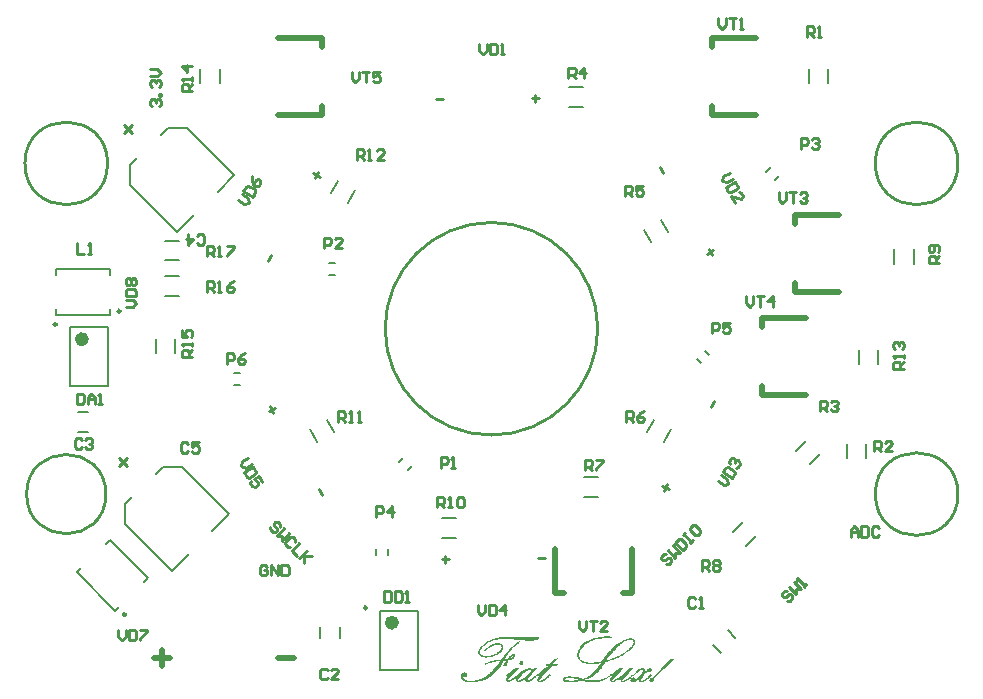
<source format=gto>
G04 Layer_Color=65535*
%FSLAX44Y44*%
%MOMM*%
G71*
G01*
G75*
%ADD35C,0.5000*%
%ADD39C,0.2540*%
%ADD43C,0.6000*%
%ADD44C,0.2500*%
%ADD45C,0.1270*%
%ADD46C,0.2000*%
G36*
X738103Y274832D02*
X741936D01*
X741658Y273499D01*
X737436D01*
X728493Y263888D01*
X728437Y263833D01*
X728215Y263611D01*
X727993Y263333D01*
X727660Y263000D01*
X727326Y262611D01*
X726993Y262278D01*
X726771Y262000D01*
X726604Y261778D01*
X726549Y261722D01*
X726493Y261611D01*
X726438Y261389D01*
X726382Y261222D01*
Y261166D01*
Y261111D01*
X726493Y260889D01*
X726549D01*
X726604Y260833D01*
X726826Y260778D01*
X726937D01*
X727049Y260833D01*
X727215Y260889D01*
X727493Y260944D01*
X727826Y261055D01*
X728160Y261222D01*
X728660Y261444D01*
X729159Y261722D01*
X729771Y262111D01*
X730437Y262555D01*
X731215Y263055D01*
X732104Y263722D01*
X733048Y264444D01*
X734103Y265277D01*
X735270Y266222D01*
X735992Y265388D01*
X735937Y265333D01*
X735714Y265111D01*
X735325Y264833D01*
X734881Y264444D01*
X734326Y264000D01*
X733715Y263500D01*
X733048Y263000D01*
X732326Y262444D01*
X730770Y261333D01*
X729993Y260833D01*
X729271Y260389D01*
X728549Y260000D01*
X727882Y259722D01*
X727326Y259500D01*
X726826Y259445D01*
X726660D01*
X726493Y259500D01*
X726271Y259556D01*
X725715Y259778D01*
X725438Y259944D01*
X725216Y260167D01*
Y260222D01*
X725104Y260278D01*
X725049Y260444D01*
X724938Y260667D01*
X724715Y261166D01*
X724660Y261500D01*
X724604Y261833D01*
Y261944D01*
X724660Y262222D01*
X724771Y262666D01*
X724993Y263333D01*
X725382Y264111D01*
X725660Y264555D01*
X725938Y265000D01*
X726327Y265555D01*
X726715Y266055D01*
X727215Y266610D01*
X727771Y267222D01*
X729317Y268803D01*
X724493Y264944D01*
X724387Y265060D01*
X724327Y265000D01*
X724049Y264777D01*
X723660Y264444D01*
X723271Y264111D01*
X722327Y263277D01*
X721327Y262444D01*
X720327Y261667D01*
X719438Y261000D01*
X719105Y260722D01*
X718772Y260500D01*
X718716Y260444D01*
X718549Y260389D01*
X718272Y260222D01*
X717938Y260056D01*
X717161Y259778D01*
X716716Y259667D01*
X716383Y259611D01*
X716216D01*
X716050Y259667D01*
X715827D01*
X715383Y259889D01*
X715161Y260000D01*
X714939Y260222D01*
Y260278D01*
X714883Y260333D01*
X714717Y260667D01*
X714550Y261111D01*
X714494Y261722D01*
Y261778D01*
Y261944D01*
X714550Y262166D01*
X714605Y262500D01*
X714772Y262889D01*
X714852Y263101D01*
X714717Y263000D01*
X714272Y262611D01*
X713161Y261833D01*
X711939Y261000D01*
X710717Y260278D01*
X710162Y260000D01*
X709606Y259778D01*
X709106Y259667D01*
X708662Y259611D01*
X708495D01*
X708273Y259667D01*
X708051Y259722D01*
X707773Y259833D01*
X707495Y259944D01*
X707217Y260167D01*
X706940Y260444D01*
Y260500D01*
X706829Y260611D01*
X706773Y260778D01*
X706662Y261055D01*
X706551Y261389D01*
X706495Y261722D01*
X706384Y262611D01*
Y262666D01*
Y262778D01*
X706440Y262944D01*
Y263166D01*
X706549Y263568D01*
X705940Y263111D01*
X705273Y262611D01*
X703829Y261555D01*
X703107Y261055D01*
X702384Y260667D01*
X701718Y260278D01*
X701107Y260000D01*
X700551Y259833D01*
X700051Y259778D01*
X699885D01*
X699551Y259833D01*
X699052Y260000D01*
X698607Y260333D01*
Y260389D01*
X698496Y260444D01*
X698329Y260778D01*
X698163Y261222D01*
X698052Y261889D01*
Y261944D01*
Y262111D01*
X698107Y262333D01*
X698163Y262611D01*
X698218Y262944D01*
X698385Y263333D01*
X698552Y263777D01*
X698774Y264222D01*
X698829Y264277D01*
X698940Y264499D01*
X699218Y264833D01*
X699599Y265261D01*
X699163Y264944D01*
X698496Y265666D01*
X698552Y265722D01*
X698829Y265944D01*
X698996Y266110D01*
X699274Y266333D01*
X699551Y266610D01*
X699940Y266944D01*
X700329Y267277D01*
X700829Y267721D01*
X701385Y268166D01*
X702051Y268666D01*
X702773Y269277D01*
X703607Y269888D01*
X704495Y270610D01*
X705495Y271388D01*
X708828D01*
X700163Y262222D01*
X700107Y262166D01*
X699940Y262000D01*
X699829Y261778D01*
X699718Y261555D01*
Y261444D01*
Y261333D01*
X699774Y261166D01*
X699829D01*
X700051Y261111D01*
X700163D01*
X700385Y261166D01*
X700607Y261222D01*
X700885Y261278D01*
X701273Y261444D01*
X701718Y261611D01*
X702218Y261889D01*
X702273Y261944D01*
X702496Y262055D01*
X702940Y262333D01*
X703495Y262722D01*
X704273Y263333D01*
X704773Y263666D01*
X705273Y264055D01*
X705884Y264499D01*
X706495Y265055D01*
X707217Y265611D01*
X707995Y266222D01*
X708010Y266204D01*
X708273Y266499D01*
X708773Y267055D01*
X709384Y267555D01*
X710050Y268110D01*
X710828Y268610D01*
X710884Y268666D01*
X711050Y268721D01*
X711273Y268888D01*
X711550Y269055D01*
X711939Y269277D01*
X712383Y269499D01*
X713439Y269999D01*
X714605Y270499D01*
X715883Y270943D01*
X717105Y271277D01*
X717716Y271332D01*
X718327Y271388D01*
X718661D01*
X718994Y271277D01*
X719383Y271166D01*
X719772Y270943D01*
X720105Y270610D01*
X720327Y270166D01*
X720438Y269555D01*
Y269499D01*
Y269488D01*
X721494Y271388D01*
X724715D01*
X717105Y262666D01*
X717050Y262611D01*
X716938Y262500D01*
X716661Y262166D01*
X716328Y261667D01*
X716216Y261444D01*
X716161Y261278D01*
Y261166D01*
X716272Y261000D01*
X716328D01*
X716494Y260944D01*
X716605D01*
X716716Y261000D01*
X716883Y261055D01*
X717161Y261166D01*
X717439Y261278D01*
X717827Y261500D01*
X718272Y261778D01*
X718327Y261833D01*
X718549Y262000D01*
X718938Y262222D01*
X719494Y262666D01*
X719883Y262944D01*
X720272Y263277D01*
X720716Y263611D01*
X721271Y264055D01*
X721882Y264499D01*
X722549Y265000D01*
X723271Y265611D01*
X724049Y266222D01*
X724233Y266009D01*
X731326Y271999D01*
X734159Y273499D01*
X731826D01*
X732048Y274832D01*
X734881D01*
X739381Y279498D01*
X742436Y279665D01*
X738103Y274832D01*
D02*
G37*
G36*
X710384Y294274D02*
X710328Y294219D01*
X710217Y294108D01*
X709995Y293941D01*
X709661Y293719D01*
X709328Y293385D01*
X708884Y293052D01*
X707995Y292274D01*
X706940Y291441D01*
X705940Y290552D01*
X705051Y289719D01*
X704606Y289330D01*
X704273Y288997D01*
X704218Y288941D01*
X703995Y288664D01*
X703607Y288275D01*
X703107Y287719D01*
X702496Y286997D01*
X701718Y286053D01*
X700885Y284997D01*
X699940Y283720D01*
X699885Y283664D01*
X699829Y283553D01*
X699663Y283386D01*
X699496Y283164D01*
X699052Y282553D01*
X698496Y281775D01*
X697885Y280942D01*
X697274Y280165D01*
X696718Y279442D01*
X696274Y278831D01*
X696830D01*
X697163Y278887D01*
X697607D01*
X698107Y278943D01*
X699163Y279109D01*
X699218Y279165D01*
X699329Y279276D01*
X699496Y279498D01*
X699718Y279776D01*
X700274Y280498D01*
X700996Y281331D01*
X701829Y282109D01*
X702718Y282831D01*
X703162Y283109D01*
X703551Y283331D01*
X703995Y283442D01*
X704384Y283498D01*
X704662D01*
X704884Y283442D01*
X705218Y283331D01*
X705495Y283164D01*
X705773Y282942D01*
X705940Y282664D01*
X705995Y282220D01*
Y282164D01*
Y281998D01*
X705884Y281720D01*
X705773Y281442D01*
X705551Y280998D01*
X705273Y280609D01*
X704829Y280109D01*
X704218Y279609D01*
X704162Y279554D01*
X703884Y279387D01*
X703551Y279165D01*
X703051Y278943D01*
X702440Y278665D01*
X701774Y278387D01*
X701051Y278109D01*
X700218Y277943D01*
X700163Y277887D01*
X700051Y277665D01*
X699885Y277332D01*
X699663Y276832D01*
X699385Y276165D01*
X699163Y275332D01*
X698885Y274387D01*
X698607Y273221D01*
X695607Y273165D01*
X695663Y273276D01*
X695774Y273499D01*
X695885Y273887D01*
X696052Y274276D01*
X696274Y274721D01*
X696441Y275110D01*
X696552Y275387D01*
X696663Y275554D01*
X696718Y275609D01*
X696830Y275721D01*
X696996Y275943D01*
X697218Y276220D01*
X697552Y276609D01*
X698052Y277109D01*
X698663Y277776D01*
X698607D01*
X698329Y277720D01*
X697996Y277665D01*
X697607D01*
X696774Y277554D01*
X696385Y277498D01*
X695941D01*
X695885Y277387D01*
X695719Y277109D01*
X695496Y276665D01*
X695107Y276054D01*
X694663Y275332D01*
X694108Y274499D01*
X693496Y273610D01*
X692774Y272610D01*
X691997Y271554D01*
X691108Y270443D01*
X690163Y269332D01*
X689164Y268221D01*
X688108Y267110D01*
X686942Y266055D01*
X685775Y265111D01*
X684498Y264166D01*
X684442Y264111D01*
X684164Y263944D01*
X683831Y263722D01*
X683275Y263444D01*
X682664Y263111D01*
X681887Y262666D01*
X680998Y262278D01*
X679942Y261833D01*
X678831Y261389D01*
X677609Y261000D01*
X676276Y260611D01*
X674887Y260222D01*
X673388Y259944D01*
X671832Y259722D01*
X670221Y259556D01*
X668499Y259500D01*
X667832D01*
X667444Y259556D01*
X667055D01*
X666166Y259667D01*
X665111Y259833D01*
X664055Y260111D01*
X663055Y260444D01*
X662166Y260944D01*
X662055Y261000D01*
X661833Y261222D01*
X661500Y261555D01*
X661111Y262000D01*
X660667Y262500D01*
X660333Y263166D01*
X660111Y263888D01*
X660000Y264722D01*
Y264777D01*
Y264944D01*
X660056Y265166D01*
X660111Y265499D01*
X660222Y265833D01*
X660333Y266222D01*
X660555Y266555D01*
X660833Y266944D01*
X660889Y266999D01*
X661000Y267110D01*
X661167Y267277D01*
X661389Y267444D01*
X661722Y267610D01*
X662055Y267777D01*
X662444Y267888D01*
X662889Y267944D01*
X663055D01*
X663222Y267888D01*
X663444D01*
X663944Y267666D01*
X664222Y267555D01*
X664500Y267333D01*
X664555D01*
X664611Y267222D01*
X664833Y266944D01*
X665055Y266444D01*
X665166Y266166D01*
Y265888D01*
Y265833D01*
Y265777D01*
X665111Y265388D01*
X664888Y264888D01*
X664722Y264666D01*
X664500Y264388D01*
X664444D01*
X664388Y264277D01*
X664055Y264111D01*
X663611Y263888D01*
X663277Y263833D01*
X663000Y263777D01*
X662889D01*
X662611Y263833D01*
X662222Y263944D01*
X661722Y264166D01*
X661611Y264222D01*
X661505Y264301D01*
X661555Y264000D01*
X661666Y263666D01*
X661889Y263277D01*
X662166Y262833D01*
X662611Y262389D01*
X663166Y261944D01*
X663277Y261889D01*
X663500Y261778D01*
X663944Y261611D01*
X664555Y261389D01*
X665333Y261166D01*
X666333Y261000D01*
X667555Y260889D01*
X668943Y260833D01*
X669277D01*
X669666Y260889D01*
X670221D01*
X670888Y261000D01*
X671665Y261055D01*
X672554Y261222D01*
X673499Y261389D01*
X674499Y261611D01*
X675554Y261944D01*
X676665Y262278D01*
X677776Y262722D01*
X678887Y263222D01*
X679998Y263833D01*
X681109Y264555D01*
X682164Y265333D01*
X682220Y265388D01*
X682442Y265555D01*
X682720Y265777D01*
X683109Y266166D01*
X683609Y266610D01*
X684220Y267166D01*
X684886Y267833D01*
X685609Y268555D01*
X686386Y269388D01*
X687275Y270277D01*
X688164Y271277D01*
X689108Y272332D01*
X690052Y273499D01*
X691052Y274721D01*
X692052Y275998D01*
X693052Y277387D01*
X692108D01*
X691663Y277332D01*
X691108Y277276D01*
X690386Y277220D01*
X689497Y277109D01*
X688497Y276887D01*
X687330Y276665D01*
X687275D01*
X687164Y276609D01*
X686997D01*
X686775Y276554D01*
X686497Y276443D01*
X686108Y276387D01*
X685275Y276109D01*
X684220Y275832D01*
X683053Y275443D01*
X681776Y274998D01*
X680442Y274499D01*
X680053Y275498D01*
X680165Y275554D01*
X680387Y275609D01*
X680776Y275776D01*
X681276Y275998D01*
X681942Y276220D01*
X682664Y276498D01*
X683553Y276776D01*
X684442Y277109D01*
X685442Y277387D01*
X686442Y277665D01*
X688608Y278165D01*
X689719Y278387D01*
X690830Y278554D01*
X691941Y278609D01*
X692997Y278665D01*
X693385D01*
X693496Y278720D01*
X693552Y278831D01*
X693774Y279109D01*
X694163Y279609D01*
X694663Y280276D01*
X695274Y281109D01*
X696052Y282053D01*
X696941Y283109D01*
X697941Y284275D01*
X699052Y285497D01*
X700329Y286831D01*
X701662Y288164D01*
X703107Y289552D01*
X704718Y290997D01*
X706384Y292386D01*
X708162Y293774D01*
X709995Y295163D01*
X710384Y294274D01*
D02*
G37*
G36*
X822317Y263444D02*
X822705Y263277D01*
X822728Y263261D01*
X823316Y262722D01*
X823372Y262666D01*
X823539Y262278D01*
X823594Y261833D01*
Y261778D01*
Y261667D01*
X823539Y261500D01*
X823483Y261278D01*
X823261Y260778D01*
X823094Y260500D01*
X822816Y260278D01*
X822761D01*
X822705Y260167D01*
X822372Y260000D01*
X821872Y259778D01*
X821594Y259722D01*
X821261Y259667D01*
X821150D01*
X820817Y259722D01*
X820428Y259833D01*
X820039Y260111D01*
X819983Y260222D01*
X819817Y260444D01*
X819650Y260833D01*
X819595Y261333D01*
Y261389D01*
Y261444D01*
X819706Y261833D01*
X819872Y262278D01*
X820039Y262500D01*
X820261Y262778D01*
X820317Y262833D01*
X820372Y262889D01*
X820761Y263166D01*
X821261Y263389D01*
X821539Y263444D01*
X821872Y263500D01*
X821983D01*
X822317Y263444D01*
D02*
G37*
G36*
X823316Y262722D02*
X823150Y262889D01*
X823094Y263000D01*
X822728Y263261D01*
X822650Y263333D01*
X837093Y279276D01*
X840815Y279442D01*
X823316Y262722D01*
D02*
G37*
G36*
X711772Y277554D02*
X712106Y277387D01*
X712439Y277109D01*
X712495Y277054D01*
X712661Y276832D01*
X712828Y276498D01*
X712883Y276109D01*
Y276054D01*
Y275943D01*
X712828Y275609D01*
X712606Y275110D01*
X712439Y274887D01*
X712217Y274665D01*
X712161D01*
X712106Y274610D01*
X711772Y274443D01*
X711328Y274221D01*
X710828Y274165D01*
X710717D01*
X710495Y274221D01*
X710106Y274332D01*
X709773Y274610D01*
X709717Y274665D01*
X709606Y274887D01*
X709439Y275221D01*
X709384Y275665D01*
Y275721D01*
Y275776D01*
X709439Y276109D01*
X709606Y276554D01*
X709939Y276998D01*
X709995Y277054D01*
X710050Y277109D01*
X710328Y277332D01*
X710828Y277498D01*
X711106Y277609D01*
X711495D01*
X711772Y277554D01*
D02*
G37*
G36*
X705273Y298163D02*
X706717D01*
X707551Y298107D01*
X709384Y298052D01*
X711328Y297941D01*
X713383Y297829D01*
X713661D01*
X713939Y297774D01*
X714328D01*
X714772Y297718D01*
X715328D01*
X715883Y297663D01*
X716550D01*
X717883Y297552D01*
X719272Y297496D01*
X720494Y297441D01*
X722882D01*
X722993Y297496D01*
X723216D01*
X723438Y297552D01*
X723660D01*
X723993Y297607D01*
X724493Y297718D01*
X724549D01*
X724660Y297774D01*
X724993Y297829D01*
X725049D01*
X725160Y297885D01*
X725327Y297941D01*
X725549Y297996D01*
X725604D01*
X725660Y297941D01*
X725882Y297885D01*
X726160Y297774D01*
X726327Y297718D01*
X726382Y297774D01*
X726438Y297829D01*
X726493Y297774D01*
X726438Y297663D01*
X726327Y297441D01*
X726104Y297107D01*
X725771Y296552D01*
X725715Y296496D01*
X725549Y296385D01*
X725327Y296274D01*
X725160Y296107D01*
X724327Y295663D01*
X724271Y295607D01*
X724105Y295552D01*
X723882Y295441D01*
X723605Y295330D01*
X723549D01*
X723493Y295274D01*
X723216Y295219D01*
X722771Y295052D01*
X722327Y294941D01*
X722216D01*
X721994Y294830D01*
X721660Y294774D01*
X721216Y294663D01*
X721105D01*
X720883Y294608D01*
X720549Y294552D01*
X719827D01*
X719494Y294496D01*
X718327D01*
X717716Y294552D01*
X716994Y294608D01*
X716105Y294663D01*
X715105Y294774D01*
X713994Y294885D01*
X713883D01*
X713606Y294941D01*
X713106Y294996D01*
X712383Y295052D01*
X711606Y295163D01*
X710606Y295274D01*
X709495Y295385D01*
X708273Y295496D01*
X706995Y295607D01*
X705606Y295718D01*
X704162Y295830D01*
X702607Y295941D01*
X699496Y296052D01*
X696385Y296107D01*
X695441D01*
X694996Y296052D01*
X693830D01*
X693163Y295996D01*
X691775Y295885D01*
X690330Y295663D01*
X688941Y295441D01*
X688330Y295274D01*
X687719Y295107D01*
X687664D01*
X687608Y295052D01*
X687442Y294996D01*
X687219Y294941D01*
X686664Y294719D01*
X685942Y294441D01*
X685108Y294108D01*
X684220Y293719D01*
X683275Y293219D01*
X682331Y292719D01*
X682220Y292663D01*
X681887Y292441D01*
X681442Y292163D01*
X680831Y291719D01*
X680165Y291219D01*
X679442Y290608D01*
X678665Y289941D01*
X677943Y289219D01*
X677887Y289108D01*
X677665Y288886D01*
X677387Y288497D01*
X677054Y287997D01*
X676665Y287386D01*
X676387Y286775D01*
X676165Y286108D01*
X676109Y285442D01*
Y285386D01*
Y285220D01*
X676165Y284886D01*
X676276Y284553D01*
X676443Y284164D01*
X676721Y283720D01*
X677054Y283275D01*
X677554Y282831D01*
X677609Y282775D01*
X677831Y282664D01*
X678165Y282498D01*
X678609Y282331D01*
X679165Y282109D01*
X679831Y281942D01*
X680553Y281831D01*
X681387Y281775D01*
X681831D01*
X682164Y281831D01*
X682609D01*
X683053Y281887D01*
X683609Y281998D01*
X684220Y282109D01*
X685553Y282387D01*
X687053Y282831D01*
X688608Y283442D01*
X689386Y283831D01*
X690163Y284275D01*
X690219Y284331D01*
X690330Y284386D01*
X690552Y284553D01*
X690830Y284720D01*
X691497Y285220D01*
X692274Y285886D01*
X692997Y286664D01*
X693663Y287553D01*
X693941Y287997D01*
X694163Y288497D01*
X694274Y288941D01*
X694330Y289441D01*
Y289497D01*
Y289552D01*
X694219Y289886D01*
X694052Y290330D01*
X693830Y290608D01*
X693608Y290830D01*
X693552Y290886D01*
X693496Y290941D01*
X693330Y291052D01*
X693052Y291163D01*
X692774Y291275D01*
X692441Y291330D01*
X691997Y291441D01*
X691274D01*
X690941Y291386D01*
X690552Y291330D01*
X690052Y291275D01*
X689441Y291163D01*
X688775Y290941D01*
X688053Y290719D01*
X687219Y290441D01*
X686331Y290052D01*
X685386Y289608D01*
X684442Y289053D01*
X683387Y288386D01*
X682331Y287608D01*
X681276Y286719D01*
X680165Y285720D01*
X679331Y286164D01*
X679387Y286220D01*
X679442Y286331D01*
X679609Y286497D01*
X679776Y286719D01*
X680331Y287330D01*
X681053Y288108D01*
X681942Y288886D01*
X682942Y289719D01*
X684053Y290497D01*
X685220Y291163D01*
X685275D01*
X685386Y291219D01*
X685553Y291330D01*
X685775Y291441D01*
X686108Y291552D01*
X686442Y291663D01*
X687275Y291997D01*
X688219Y292274D01*
X689275Y292552D01*
X690386Y292719D01*
X691497Y292774D01*
X691830D01*
X692163Y292719D01*
X692663Y292663D01*
X693163Y292497D01*
X693663Y292330D01*
X694163Y292052D01*
X694607Y291719D01*
X694663Y291663D01*
X694774Y291552D01*
X694941Y291330D01*
X695163Y291052D01*
X695385Y290719D01*
X695552Y290330D01*
X695663Y289886D01*
X695719Y289441D01*
Y289330D01*
X695663Y288997D01*
X695607Y288497D01*
X695385Y287886D01*
X695052Y287164D01*
X694607Y286331D01*
X693941Y285497D01*
X693496Y285109D01*
X693052Y284664D01*
X692997D01*
X692941Y284553D01*
X692774Y284442D01*
X692608Y284331D01*
X692052Y283942D01*
X691330Y283442D01*
X690441Y282942D01*
X689386Y282387D01*
X688275Y281887D01*
X687053Y281442D01*
X686997D01*
X686886Y281387D01*
X686720Y281331D01*
X686497Y281276D01*
X685886Y281109D01*
X685108Y280942D01*
X684164Y280776D01*
X683164Y280609D01*
X682164Y280498D01*
X681164Y280442D01*
X680720D01*
X680220Y280498D01*
X679609Y280609D01*
X678887Y280776D01*
X678109Y281053D01*
X677331Y281387D01*
X676554Y281831D01*
X676498Y281887D01*
X676276Y282109D01*
X675943Y282387D01*
X675610Y282775D01*
X675276Y283275D01*
X674943Y283831D01*
X674721Y284497D01*
X674665Y285220D01*
Y285275D01*
Y285386D01*
X674721Y285608D01*
X674776Y285942D01*
X674887Y286331D01*
X674998Y286775D01*
X675221Y287275D01*
X675498Y287830D01*
X675887Y288442D01*
X676332Y289108D01*
X676832Y289830D01*
X677498Y290552D01*
X678276Y291330D01*
X679165Y292108D01*
X680220Y292941D01*
X681387Y293774D01*
X681442Y293830D01*
X681720Y293941D01*
X682109Y294163D01*
X682664Y294496D01*
X683387Y294830D01*
X684331Y295163D01*
X685386Y295607D01*
X686608Y295996D01*
X687997Y296385D01*
X689608Y296829D01*
X691330Y297163D01*
X693274Y297552D01*
X695385Y297829D01*
X697663Y298052D01*
X700107Y298163D01*
X702773Y298218D01*
X704662D01*
X705273Y298163D01*
D02*
G37*
G36*
X784931Y298329D02*
X785543D01*
X786209Y298274D01*
X787042Y298218D01*
X787931Y298107D01*
X787820Y296885D01*
X787709D01*
X787431Y296941D01*
X787042D01*
X786542Y296996D01*
X785931D01*
X785265Y297052D01*
X783321D01*
X782876Y296996D01*
X782376D01*
X781765Y296941D01*
X781099Y296885D01*
X780321Y296829D01*
X779432Y296718D01*
X778543Y296552D01*
X776599Y296218D01*
X774488Y295774D01*
X772266Y295107D01*
X772211D01*
X771988Y294996D01*
X771711Y294885D01*
X771322Y294774D01*
X770822Y294552D01*
X770266Y294330D01*
X769600Y294052D01*
X768933Y293719D01*
X767489Y292941D01*
X765989Y291997D01*
X764545Y290830D01*
X763878Y290219D01*
X763267Y289552D01*
X763212Y289497D01*
X763156Y289386D01*
X762989Y289219D01*
X762767Y288941D01*
X762545Y288608D01*
X762323Y288219D01*
X761767Y287330D01*
X761156Y286220D01*
X760712Y285053D01*
X760323Y283775D01*
X760267Y283109D01*
X760212Y282442D01*
Y282331D01*
X760267Y281998D01*
X760323Y281553D01*
X760490Y280942D01*
X760767Y280276D01*
X761156Y279554D01*
X761712Y278776D01*
X762489Y278054D01*
X762545D01*
X762600Y277998D01*
X762767Y277887D01*
X762934Y277776D01*
X763212Y277609D01*
X763489Y277443D01*
X763878Y277276D01*
X764323Y277109D01*
X764822Y276943D01*
X765434Y276776D01*
X766045Y276609D01*
X766767Y276443D01*
X767544Y276332D01*
X768378Y276220D01*
X769267Y276165D01*
X770988D01*
X771377Y276220D01*
X771877D01*
X772377Y276276D01*
X772988D01*
X774266Y276387D01*
X775766Y276609D01*
X777377Y276832D01*
X779043Y277165D01*
X779099Y277276D01*
X779321Y277554D01*
X779599Y278054D01*
X780043Y278720D01*
X780599Y279498D01*
X781210Y280387D01*
X781987Y281387D01*
X782821Y282442D01*
X783709Y283609D01*
X784709Y284775D01*
X785765Y285997D01*
X786931Y287219D01*
X788098Y288386D01*
X789376Y289552D01*
X790709Y290664D01*
X792042Y291663D01*
X792153Y291719D01*
X792375Y291886D01*
X792764Y292163D01*
X793264Y292497D01*
X793875Y292885D01*
X794597Y293330D01*
X795430Y293830D01*
X796264Y294330D01*
X798152Y295274D01*
X799152Y295718D01*
X800097Y296107D01*
X801096Y296441D01*
X802041Y296718D01*
X802930Y296885D01*
X803763Y296941D01*
X804041D01*
X804318Y296885D01*
X804707Y296829D01*
X805096Y296718D01*
X805596Y296552D01*
X806040Y296330D01*
X806429Y295996D01*
X806485Y295941D01*
X806596Y295830D01*
X806763Y295607D01*
X806985Y295330D01*
X807151Y294996D01*
X807318Y294608D01*
X807429Y294108D01*
X807485Y293608D01*
Y293552D01*
Y293441D01*
X807429Y293163D01*
X807374Y292885D01*
X807262Y292497D01*
X807040Y291997D01*
X806818Y291441D01*
X806485Y290830D01*
X806040Y290163D01*
X805485Y289441D01*
X804818Y288664D01*
X804041Y287775D01*
X803096Y286886D01*
X801985Y285997D01*
X800708Y284997D01*
X799263Y283997D01*
X799152Y283942D01*
X798875Y283775D01*
X798430Y283498D01*
X797819Y283109D01*
X797097Y282664D01*
X796208Y282164D01*
X795208Y281609D01*
X794097Y281053D01*
X792875Y280442D01*
X791542Y279776D01*
X790153Y279165D01*
X788709Y278609D01*
X787209Y277998D01*
X785654Y277498D01*
X784043Y276998D01*
X782432Y276609D01*
X782376Y276554D01*
X782265Y276387D01*
X782098Y276165D01*
X781876Y275887D01*
X781599Y275498D01*
X781321Y275054D01*
X780599Y274054D01*
X779821Y272999D01*
X778988Y271888D01*
X778210Y270888D01*
X777877Y270443D01*
X777543Y270054D01*
X777488Y269943D01*
X777266Y269721D01*
X776932Y269332D01*
X776488Y268832D01*
X775932Y268277D01*
X775266Y267610D01*
X774544Y266944D01*
X773710Y266222D01*
X773599Y266166D01*
X773322Y265944D01*
X772877Y265611D01*
X772322Y265166D01*
X771655Y264722D01*
X770877Y264222D01*
X770100Y263722D01*
X769322Y263277D01*
X769211Y263222D01*
X768989Y263111D01*
X768544Y262944D01*
X767989Y262722D01*
X767322Y262500D01*
X766600Y262278D01*
X765767Y262055D01*
X764878Y261944D01*
X764934D01*
X765100Y261889D01*
X765322D01*
X765656Y261833D01*
X766045Y261778D01*
X766489Y261667D01*
X766989Y261611D01*
X767600Y261555D01*
X768822Y261389D01*
X770155Y261222D01*
X771488Y261166D01*
X772822Y261111D01*
X773322D01*
X773933Y261166D01*
X774710Y261222D01*
X775655Y261333D01*
X776710Y261444D01*
X777932Y261667D01*
X779154Y261944D01*
X779210D01*
X779321Y262000D01*
X779488Y262055D01*
X779765Y262111D01*
X780043Y262222D01*
X780432Y262389D01*
X781376Y262778D01*
X782487Y263333D01*
X783709Y264111D01*
X784432Y264555D01*
X785098Y265055D01*
X785820Y265611D01*
X786598Y266222D01*
X787021Y265766D01*
X787042Y265777D01*
X787153Y265944D01*
X787376Y266110D01*
X787931Y266610D01*
X788598Y267222D01*
X789320Y267888D01*
X790042Y268499D01*
X790709Y269110D01*
X791209Y269555D01*
X791264Y269610D01*
X791431Y269721D01*
X791653Y269943D01*
X791931Y270221D01*
X792709Y270777D01*
X793486Y271388D01*
X796819D01*
X796764Y271332D01*
X796653Y271110D01*
X796430Y270777D01*
X796208Y270388D01*
X795875Y269888D01*
X795486Y269388D01*
X794542Y268333D01*
X788653Y262278D01*
X788542Y262166D01*
X788320Y261944D01*
X788098Y261667D01*
X787987Y261444D01*
Y261333D01*
Y261222D01*
X788098Y261055D01*
X788209Y261000D01*
X788431Y260944D01*
X788598D01*
X788876Y261000D01*
X789209Y261111D01*
X789653Y261278D01*
X790153Y261555D01*
X790820Y261889D01*
X791542Y262333D01*
X791653Y262389D01*
X791931Y262555D01*
X792320Y262833D01*
X792820Y263222D01*
X793431Y263611D01*
X794097Y264111D01*
X795375Y265111D01*
X799541Y268777D01*
X799597Y268832D01*
X799652Y268944D01*
X799819Y269166D01*
X800097Y269443D01*
X800430Y269832D01*
X800819Y270277D01*
X801374Y270777D01*
X801985Y271388D01*
X805429D01*
X805374Y271332D01*
X805263Y271221D01*
X805041Y270943D01*
X804818Y270665D01*
X804485Y270277D01*
X804096Y269888D01*
X803263Y268888D01*
X802319Y267777D01*
X801319Y266666D01*
X800374Y265611D01*
X799541Y264666D01*
X797764Y262722D01*
X797708Y262666D01*
X797597Y262500D01*
X797430Y262278D01*
X797208Y262000D01*
X796819Y261500D01*
X796708Y261278D01*
X796653Y261111D01*
Y261055D01*
X796708Y261000D01*
X796819Y260889D01*
X797041Y260833D01*
X797208D01*
X797430Y260889D01*
X797764Y261000D01*
X798152Y261111D01*
X798652Y261333D01*
X799208Y261667D01*
X799819Y262055D01*
X799930Y262111D01*
X800152Y262278D01*
X800596Y262611D01*
X801152Y263055D01*
X801930Y263611D01*
X802819Y264333D01*
X803930Y265222D01*
X805152Y266222D01*
X805325Y266021D01*
X808151Y268555D01*
X808262Y268610D01*
X808540Y268832D01*
X808929Y269166D01*
X809373Y269499D01*
X810484Y270332D01*
X810984Y270665D01*
X811429Y270943D01*
X811484Y270999D01*
X811595Y271054D01*
X811818Y271166D01*
X812095Y271277D01*
X812818Y271499D01*
X813206Y271610D01*
X813762D01*
X813929Y271554D01*
X814151Y271499D01*
X814651Y271332D01*
X814928Y271110D01*
X815206Y270888D01*
X815262Y270832D01*
X815317Y270777D01*
X815428Y270610D01*
X815595Y270443D01*
X815873Y269832D01*
X815928Y269499D01*
X815984Y269110D01*
Y268999D01*
Y268777D01*
X815873Y268499D01*
X815762Y268166D01*
X815817Y268221D01*
X815873Y268333D01*
X815984Y268499D01*
X816151Y268721D01*
X816595Y269221D01*
X817150Y269888D01*
X817817Y270499D01*
X818484Y271054D01*
X818872Y271221D01*
X819261Y271388D01*
X819595Y271499D01*
X819983Y271554D01*
X820261D01*
X820539Y271499D01*
X820872Y271332D01*
X821150Y271166D01*
X821428Y270888D01*
X821650Y270499D01*
X821705Y269943D01*
Y269888D01*
Y269832D01*
X821650Y269443D01*
X821428Y268944D01*
X821261Y268721D01*
X821039Y268444D01*
X820928Y268333D01*
X820650Y268166D01*
X820206Y267944D01*
X819983Y267888D01*
X819706Y267833D01*
X819539D01*
X819317Y267888D01*
X819095Y267999D01*
X818872Y268166D01*
X818650Y268388D01*
X818539Y268666D01*
X818484Y269110D01*
Y269221D01*
X818527Y269397D01*
X818317Y269221D01*
X817984Y268944D01*
X817539Y268555D01*
X817095Y268055D01*
X816595Y267555D01*
X816039Y266944D01*
X815428Y266222D01*
X815373Y266166D01*
X815262Y266055D01*
X815151Y265833D01*
X814928Y265611D01*
X814373Y264944D01*
X813817Y264166D01*
X813206Y263333D01*
X812651Y262500D01*
X812429Y262166D01*
X812318Y261833D01*
X812206Y261611D01*
X812151Y261389D01*
Y261333D01*
Y261278D01*
X812206Y261111D01*
X812318Y260944D01*
X812373D01*
X812484Y260889D01*
X812651Y260833D01*
X812818Y260778D01*
X812873D01*
X813151Y260833D01*
X813540Y261000D01*
X814151Y261222D01*
X814928Y261667D01*
X815428Y262000D01*
X815984Y262333D01*
X816595Y262778D01*
X817262Y263277D01*
X817984Y263833D01*
X818761Y264499D01*
X820928Y266222D01*
X821650Y265388D01*
X821594Y265333D01*
X821428Y265222D01*
X821206Y265000D01*
X820872Y264722D01*
X820539Y264388D01*
X820095Y264000D01*
X819095Y263166D01*
X818039Y262278D01*
X817039Y261444D01*
X816539Y261055D01*
X816095Y260778D01*
X815650Y260500D01*
X815317Y260278D01*
X815262Y260222D01*
X815040Y260167D01*
X814762Y260000D01*
X814373Y259889D01*
X813484Y259556D01*
X813040Y259500D01*
X812651Y259445D01*
X812484D01*
X812373Y259500D01*
X812151D01*
X811595Y259667D01*
X811040Y260000D01*
X810984Y260056D01*
X810929Y260111D01*
X810818Y260222D01*
X810707Y260444D01*
X810540Y260667D01*
X810429Y261000D01*
X810373Y261333D01*
X810318Y261778D01*
Y261833D01*
Y261889D01*
X810373Y262222D01*
X810429Y262555D01*
X810595Y262889D01*
X810484Y262778D01*
X810262Y262500D01*
X809929Y262111D01*
X809484Y261667D01*
X808985Y261166D01*
X808485Y260667D01*
X808040Y260278D01*
X807596Y260000D01*
X807540D01*
X807429Y259889D01*
X807207Y259833D01*
X806929Y259722D01*
X806263Y259556D01*
X805540Y259445D01*
X805374D01*
X805207Y259500D01*
X805041D01*
X804541Y259667D01*
X804041Y259944D01*
X803930Y260056D01*
X803763Y260278D01*
X803596Y260667D01*
X803485Y261222D01*
Y261278D01*
Y261389D01*
X803541Y261555D01*
X803596Y261778D01*
X803818Y262278D01*
X803985Y262555D01*
X804207Y262833D01*
X804263Y262889D01*
X804318Y262944D01*
X804485Y263055D01*
X804707Y263222D01*
X805207Y263500D01*
X805485Y263555D01*
X805818Y263611D01*
X805929D01*
X806096Y263555D01*
X806429Y263444D01*
X806707Y263222D01*
X806763Y263166D01*
X806929Y263000D01*
X807096Y262722D01*
X807151Y262389D01*
Y262278D01*
X807096Y262000D01*
X806929Y261667D01*
X806596Y261278D01*
X806485Y261222D01*
X806263Y261055D01*
X806040Y260928D01*
X806207Y261000D01*
X806763Y261278D01*
X807096Y261444D01*
X807485Y261722D01*
X807874Y262000D01*
X808318Y262389D01*
X808818Y262833D01*
X809373Y263333D01*
X809985Y263944D01*
X810595Y264611D01*
X810651Y264666D01*
X810762Y264777D01*
X810929Y265000D01*
X811151Y265222D01*
X811706Y265888D01*
X812373Y266721D01*
X812984Y267555D01*
X813540Y268388D01*
X813762Y268832D01*
X813929Y269166D01*
X814040Y269499D01*
X814095Y269777D01*
Y269832D01*
X814040Y270054D01*
X813873Y270221D01*
X813595Y270277D01*
X813484D01*
X813317Y270221D01*
X813095D01*
X812540Y269999D01*
X812262Y269888D01*
X811873Y269666D01*
X811818Y269610D01*
X811706Y269555D01*
X811429Y269388D01*
X811096Y269110D01*
X810595Y268777D01*
X809985Y268333D01*
X809262Y267721D01*
X808429Y267055D01*
X805596Y264944D01*
X805489Y265060D01*
X805429Y265000D01*
X805096Y264722D01*
X804707Y264388D01*
X804263Y264000D01*
X803263Y263111D01*
X802152Y262222D01*
X801096Y261389D01*
X800596Y261055D01*
X800152Y260722D01*
X799763Y260444D01*
X799430Y260278D01*
X799374Y260222D01*
X799208Y260167D01*
X798930Y260056D01*
X798541Y259889D01*
X797764Y259611D01*
X797375Y259556D01*
X796986Y259500D01*
X796875D01*
X796486Y259556D01*
X796041Y259778D01*
X795764Y259889D01*
X795542Y260111D01*
Y260167D01*
X795430Y260222D01*
X795264Y260555D01*
X795097Y261055D01*
X794986Y261722D01*
Y261833D01*
X795042Y262111D01*
X795153Y262555D01*
X795375Y263166D01*
X795708Y263888D01*
X795930Y264259D01*
X795819Y264166D01*
X793764Y262500D01*
X792709Y261722D01*
X791709Y261055D01*
X790764Y260444D01*
X789875Y260000D01*
X789042Y259722D01*
X788376Y259611D01*
X788264D01*
X787876Y259667D01*
X787431Y259833D01*
X786931Y260167D01*
Y260222D01*
X786820Y260278D01*
X786654Y260611D01*
X786431Y261111D01*
X786376Y261444D01*
X786320Y261833D01*
Y261944D01*
X786376Y262166D01*
X786431Y262555D01*
X786598Y263055D01*
X786820Y263611D01*
X787153Y264277D01*
X787653Y265000D01*
X787706Y265061D01*
X787542Y264944D01*
X787196Y265319D01*
X787042Y265166D01*
X786709Y264888D01*
X786209Y264499D01*
X785598Y264055D01*
X784876Y263555D01*
X784043Y263055D01*
X783098Y262500D01*
X781987Y261944D01*
X780765Y261389D01*
X779488Y260889D01*
X778043Y260444D01*
X776488Y260056D01*
X774877Y259778D01*
X773155Y259556D01*
X771322Y259500D01*
X770544D01*
X770100Y259556D01*
X769600D01*
X769100Y259611D01*
X768489Y259667D01*
X767100Y259833D01*
X765600Y260111D01*
X764045Y260444D01*
X762434Y260889D01*
X762378D01*
X762267Y260833D01*
X762045Y260778D01*
X761712Y260722D01*
X761323Y260611D01*
X760878Y260500D01*
X760378Y260389D01*
X759823Y260278D01*
X759156Y260167D01*
X758490Y260056D01*
X756990Y259833D01*
X755323Y259722D01*
X753546Y259667D01*
X752490D01*
X752046Y259722D01*
X751157D01*
X750157Y259778D01*
X749157Y259889D01*
X748269Y260000D01*
X747935Y260056D01*
X747602Y260167D01*
X747546Y260222D01*
X747380Y260278D01*
X747158Y260389D01*
X746880Y260611D01*
X746602Y260833D01*
X746380Y261111D01*
X746213Y261500D01*
X746158Y261889D01*
Y261944D01*
Y262000D01*
X746269Y262278D01*
X746491Y262722D01*
X746658Y262944D01*
X746880Y263222D01*
X747213Y263444D01*
X747602Y263666D01*
X748046Y263888D01*
X748602Y264111D01*
X749268Y264277D01*
X750046Y264388D01*
X750991Y264499D01*
X753046D01*
X753546Y264444D01*
X754212Y264388D01*
X754935Y264333D01*
X755712Y264277D01*
X756601Y264166D01*
X757490Y264055D01*
X759490Y263722D01*
X761601Y263222D01*
X763767Y262611D01*
X763878Y262666D01*
X764100Y262722D01*
X764489Y262889D01*
X765045Y263111D01*
X765711Y263444D01*
X766489Y263888D01*
X767378Y264444D01*
X768378Y265111D01*
X769433Y265888D01*
X770600Y266833D01*
X771822Y267888D01*
X773099Y269110D01*
X774433Y270554D01*
X775821Y272110D01*
X777210Y273887D01*
X778599Y275887D01*
X778543D01*
X778432Y275832D01*
X778210Y275776D01*
X777932Y275721D01*
X777543Y275665D01*
X777154Y275554D01*
X776655Y275443D01*
X776099Y275387D01*
X774821Y275165D01*
X773377Y274998D01*
X771822Y274887D01*
X770100Y274832D01*
X769489D01*
X769100Y274887D01*
X768600D01*
X767989Y274943D01*
X767322Y275054D01*
X766656Y275165D01*
X765211Y275443D01*
X763711Y275887D01*
X762378Y276498D01*
X761767Y276832D01*
X761212Y277276D01*
X761156Y277332D01*
X761101Y277387D01*
X760823Y277720D01*
X760378Y278220D01*
X759878Y278943D01*
X759379Y279776D01*
X758990Y280776D01*
X758656Y281887D01*
X758601Y282498D01*
X758545Y283109D01*
Y283164D01*
Y283386D01*
X758601Y283775D01*
X758656Y284220D01*
X758767Y284831D01*
X758934Y285497D01*
X759156Y286220D01*
X759490Y287053D01*
X759878Y287941D01*
X760378Y288830D01*
X760990Y289719D01*
X761712Y290664D01*
X762600Y291552D01*
X763600Y292497D01*
X764767Y293330D01*
X766100Y294163D01*
X766211Y294219D01*
X766433Y294330D01*
X766878Y294552D01*
X767433Y294830D01*
X768156Y295163D01*
X769044Y295496D01*
X770044Y295885D01*
X771155Y296274D01*
X772377Y296663D01*
X773710Y297052D01*
X775210Y297385D01*
X776766Y297718D01*
X778377Y297996D01*
X780099Y298218D01*
X781876Y298329D01*
X783765Y298385D01*
X784432D01*
X784931Y298329D01*
D02*
G37*
%LPC*%
G36*
X718549Y270054D02*
X718216D01*
X717938Y269999D01*
X717494Y269832D01*
X716827Y269610D01*
X715939Y269166D01*
X715439Y268832D01*
X714883Y268499D01*
X714328Y268055D01*
X713661Y267555D01*
X712939Y266999D01*
X712217Y266333D01*
X712161Y266277D01*
X712050Y266166D01*
X711828Y265999D01*
X711606Y265722D01*
X710939Y265111D01*
X710217Y264333D01*
X709439Y263500D01*
X708773Y262722D01*
X708550Y262333D01*
X708328Y261944D01*
X708217Y261667D01*
X708162Y261389D01*
Y261278D01*
X708273Y261055D01*
X708328D01*
X708384Y261000D01*
X708717Y260944D01*
X708828D01*
X708995Y261000D01*
X709217Y261055D01*
X709550Y261166D01*
X709939Y261333D01*
X710439Y261555D01*
X710995Y261833D01*
X711050Y261889D01*
X711273Y262000D01*
X711661Y262222D01*
X712161Y262555D01*
X712772Y263000D01*
X713439Y263500D01*
X714272Y264166D01*
X715161Y264888D01*
X715217D01*
X715272Y265000D01*
X715550Y265222D01*
X715994Y265611D01*
X716494Y266110D01*
X717050Y266610D01*
X717550Y267110D01*
X717994Y267555D01*
X718327Y267944D01*
X718383Y267999D01*
X718438Y268110D01*
X718549Y268277D01*
X718661Y268499D01*
X718883Y269055D01*
X718994Y269332D01*
Y269610D01*
Y269666D01*
X718938Y269832D01*
X718716Y269999D01*
X718549Y270054D01*
D02*
G37*
G36*
X704495Y282164D02*
X704162D01*
X703884Y282053D01*
X703607Y281887D01*
X703329Y281720D01*
X702996Y281442D01*
X702607Y281109D01*
X702551Y281053D01*
X702440Y280942D01*
X702218Y280720D01*
X701940Y280498D01*
X701329Y279942D01*
X700663Y279387D01*
X700718D01*
X700829Y279442D01*
X701051Y279498D01*
X701329Y279609D01*
X701718Y279720D01*
X702107Y279942D01*
X702607Y280165D01*
X703107Y280498D01*
X703162Y280553D01*
X703329Y280665D01*
X703551Y280831D01*
X703829Y281053D01*
X704107Y281331D01*
X704329Y281553D01*
X704495Y281831D01*
X704551Y282109D01*
X704495Y282164D01*
D02*
G37*
G36*
X803707Y295607D02*
X803430D01*
X803263Y295552D01*
X802707Y295496D01*
X801930Y295330D01*
X801041Y295052D01*
X799930Y294608D01*
X798708Y294052D01*
X797319Y293274D01*
X797264D01*
X797152Y293163D01*
X796930Y293052D01*
X796653Y292830D01*
X796319Y292608D01*
X795930Y292330D01*
X795430Y291941D01*
X794930Y291552D01*
X794319Y291052D01*
X793708Y290552D01*
X793042Y289997D01*
X792375Y289330D01*
X791653Y288664D01*
X790931Y287886D01*
X790153Y287108D01*
X789376Y286220D01*
X789320Y286164D01*
X789209Y285997D01*
X788987Y285775D01*
X788709Y285442D01*
X788320Y284997D01*
X787931Y284553D01*
X787487Y283997D01*
X786987Y283442D01*
X785987Y282109D01*
X784876Y280720D01*
X783820Y279331D01*
X782876Y277943D01*
X782987Y277998D01*
X783265Y278054D01*
X783765Y278220D01*
X784432Y278387D01*
X785209Y278665D01*
X786154Y278943D01*
X787209Y279331D01*
X788376Y279776D01*
X789598Y280276D01*
X790875Y280831D01*
X792208Y281442D01*
X793597Y282109D01*
X794986Y282831D01*
X796375Y283664D01*
X797764Y284497D01*
X799097Y285442D01*
X799152Y285497D01*
X799374Y285664D01*
X799763Y285942D01*
X800208Y286275D01*
X800708Y286719D01*
X801319Y287219D01*
X801930Y287830D01*
X802596Y288442D01*
X803874Y289775D01*
X804485Y290441D01*
X804985Y291163D01*
X805429Y291830D01*
X805818Y292497D01*
X806040Y293163D01*
X806096Y293774D01*
Y293830D01*
Y293885D01*
X805985Y294219D01*
X805818Y294608D01*
X805596Y294830D01*
X805374Y295052D01*
X805318D01*
X805263Y295163D01*
X804929Y295330D01*
X804374Y295496D01*
X803707Y295607D01*
D02*
G37*
G36*
X751657Y263000D02*
X751046D01*
X750379Y262944D01*
X749657Y262889D01*
X748935Y262722D01*
X748269Y262555D01*
X748046Y262444D01*
X747824Y262278D01*
X747713Y262111D01*
X747658Y261944D01*
Y261889D01*
X747769Y261778D01*
X747880Y261667D01*
X747991Y261555D01*
X748213Y261444D01*
X748491Y261333D01*
X748546D01*
X748713Y261278D01*
X748991Y261222D01*
X749491Y261166D01*
X749769Y261111D01*
X750157D01*
X750546Y261055D01*
X751546D01*
X752157Y261000D01*
X754879D01*
X755323Y261055D01*
X756434D01*
X757712Y261111D01*
X758990Y261222D01*
X760212Y261333D01*
X760767Y261389D01*
X761267Y261500D01*
X761212D01*
X761045Y261555D01*
X760712Y261667D01*
X760323Y261722D01*
X759823Y261833D01*
X759268Y262000D01*
X758656Y262111D01*
X757934Y262278D01*
X756434Y262500D01*
X754824Y262778D01*
X753213Y262944D01*
X751657Y263000D01*
D02*
G37*
%LPD*%
D35*
X872500Y805000D02*
X910000D01*
X872500Y797500D02*
Y805000D01*
Y740000D02*
Y747500D01*
Y740000D02*
X910000D01*
X505000Y740000D02*
X542500D01*
Y747500D01*
Y797500D02*
Y805000D01*
X505000D02*
X542500D01*
X740000Y335000D02*
Y372500D01*
Y335000D02*
X747500Y335000D01*
X797500D02*
X805000Y335000D01*
Y372500D01*
X942501Y654995D02*
X980001Y654995D01*
X942501Y647495D02*
Y654995D01*
Y589995D02*
Y597495D01*
Y589995D02*
X980001D01*
X915000Y567500D02*
X952500Y567500D01*
X915000Y560000D02*
Y567500D01*
Y502500D02*
Y510000D01*
Y502500D02*
X952500D01*
X505000Y279997D02*
X518329D01*
X400000D02*
X413329D01*
X406665Y286661D02*
Y273332D01*
D39*
X775800Y558800D02*
G03*
X775800Y558800I-90000J0D01*
G01*
X1080800Y418800D02*
G03*
X1080800Y418800I-35000J0D01*
G01*
Y698800D02*
G03*
X1080800Y698800I-35000J0D01*
G01*
X359341Y418800D02*
G03*
X359341Y418800I-33541J0D01*
G01*
X360800Y698800D02*
G03*
X360800Y698800I-35000J0D01*
G01*
X872500Y555000D02*
Y563997D01*
X876999D01*
X878498Y562498D01*
Y559499D01*
X876999Y557999D01*
X872500D01*
X887495Y563997D02*
X881497D01*
Y559499D01*
X884496Y560998D01*
X885996D01*
X887495Y559499D01*
Y556499D01*
X885996Y555000D01*
X882997D01*
X881497Y556499D01*
X588000Y399500D02*
Y408497D01*
X592499D01*
X593998Y406998D01*
Y403998D01*
X592499Y402499D01*
X588000D01*
X601496Y399500D02*
Y408497D01*
X596997Y403998D01*
X602995D01*
X947960Y711201D02*
Y720198D01*
X952459D01*
X953958Y718699D01*
Y715700D01*
X952459Y714200D01*
X947960D01*
X956957Y718699D02*
X958457Y720198D01*
X961456D01*
X962955Y718699D01*
Y717199D01*
X961456Y715700D01*
X959956D01*
X961456D01*
X962955Y714200D01*
Y712701D01*
X961456Y711201D01*
X958457D01*
X956957Y712701D01*
X544000Y627000D02*
Y635997D01*
X548498D01*
X549998Y634498D01*
Y631498D01*
X548498Y629999D01*
X544000D01*
X558995Y627000D02*
X552997D01*
X558995Y632998D01*
Y634498D01*
X557496Y635997D01*
X554497D01*
X552997Y634498D01*
X642960Y441201D02*
Y450198D01*
X647459D01*
X648958Y448699D01*
Y445700D01*
X647459Y444200D01*
X642960D01*
X651957Y441201D02*
X654956D01*
X653457D01*
Y450198D01*
X651957Y448699D01*
X471208Y667498D02*
X476403Y664500D01*
X480499Y665597D01*
X479402Y669694D01*
X474207Y672693D01*
X475707Y675290D02*
X483499Y670792D01*
X485748Y674688D01*
X485199Y676736D01*
X480005Y679735D01*
X477956Y679186D01*
X475707Y675290D01*
X483204Y688276D02*
X483004Y684929D01*
X484101Y680833D01*
X486698Y679333D01*
X488747Y679882D01*
X490246Y682479D01*
X489697Y684528D01*
X488399Y685277D01*
X486351Y684728D01*
X484101Y680833D01*
X479792Y449498D02*
X474597Y446499D01*
X473499Y442403D01*
X477596Y441305D01*
X482791Y444304D01*
X484290Y441707D02*
X476498Y437208D01*
X478748Y433312D01*
X480796Y432764D01*
X485991Y435763D01*
X486539Y437811D01*
X484290Y441707D01*
X491788Y428721D02*
X488789Y433915D01*
X484893Y431666D01*
X487691Y429818D01*
X488441Y428520D01*
X487892Y426471D01*
X485295Y424972D01*
X483246Y425521D01*
X481747Y428118D01*
X482296Y430166D01*
X674370Y325227D02*
Y319229D01*
X677369Y316230D01*
X680368Y319229D01*
Y325227D01*
X683367D02*
Y316230D01*
X687866D01*
X689365Y317729D01*
Y323728D01*
X687866Y325227D01*
X683367D01*
X696863Y316230D02*
Y325227D01*
X692364Y320728D01*
X698362D01*
X887417Y690926D02*
X882222Y687927D01*
X881124Y683831D01*
X885221Y682733D01*
X890415Y685732D01*
X891915Y683135D02*
X884123Y678636D01*
X886373Y674740D01*
X888421Y674191D01*
X893615Y677190D01*
X894164Y679239D01*
X891915Y683135D01*
X891621Y665650D02*
X888622Y670844D01*
X896815Y668649D01*
X898114Y669399D01*
X898663Y671447D01*
X897163Y674044D01*
X895115Y674593D01*
X877208Y429498D02*
X882403Y426499D01*
X886499Y427597D01*
X885402Y431694D01*
X880207Y434693D01*
X881707Y437290D02*
X889499Y432792D01*
X891748Y436688D01*
X891199Y438736D01*
X886004Y441735D01*
X883956Y441186D01*
X881707Y437290D01*
X887504Y444332D02*
X886955Y446381D01*
X888455Y448978D01*
X890503Y449527D01*
X891802Y448777D01*
X892350Y446729D01*
X891601Y445430D01*
X892350Y446729D01*
X894399Y447277D01*
X895697Y446528D01*
X896246Y444479D01*
X894747Y441882D01*
X892699Y441333D01*
X675640Y800207D02*
Y794209D01*
X678639Y791210D01*
X681638Y794209D01*
Y800207D01*
X684637D02*
Y791210D01*
X689136D01*
X690635Y792710D01*
Y798708D01*
X689136Y800207D01*
X684637D01*
X693634Y791210D02*
X696633D01*
X695134D01*
Y800207D01*
X693634Y798708D01*
X936440Y337043D02*
X934319D01*
X932198Y334922D01*
Y332802D01*
X933259Y331741D01*
X935379D01*
X937500Y333862D01*
X939621D01*
X940681Y332802D01*
Y330681D01*
X938560Y328560D01*
X936440D01*
X937500Y340224D02*
X943862Y333862D01*
Y338103D01*
X948103D01*
X941741Y344465D01*
X950224Y340224D02*
X952345Y342345D01*
X951284Y341284D01*
X944922Y347646D01*
Y345525D01*
X858498Y329998D02*
X856999Y331497D01*
X853999D01*
X852500Y329998D01*
Y323999D01*
X853999Y322500D01*
X856999D01*
X858498Y323999D01*
X861497Y322500D02*
X864496D01*
X862997D01*
Y331497D01*
X861497Y329998D01*
X546998Y269498D02*
X545499Y270997D01*
X542500D01*
X541000Y269498D01*
Y263500D01*
X542500Y262000D01*
X545499D01*
X546998Y263500D01*
X555995Y262000D02*
X549997D01*
X555995Y267998D01*
Y269498D01*
X554496Y270997D01*
X551497D01*
X549997Y269498D01*
X338998Y464498D02*
X337499Y465997D01*
X334500D01*
X333000Y464498D01*
Y458499D01*
X334500Y457000D01*
X337499D01*
X338998Y458499D01*
X341997Y464498D02*
X343497Y465997D01*
X346496D01*
X347995Y464498D01*
Y462998D01*
X346496Y461498D01*
X344996D01*
X346496D01*
X347995Y459999D01*
Y458499D01*
X346496Y457000D01*
X343497D01*
X341997Y458499D01*
X436488Y631555D02*
X437988Y630056D01*
X440987D01*
X442486Y631555D01*
Y637553D01*
X440987Y639053D01*
X437988D01*
X436488Y637553D01*
X428991Y639053D02*
Y630056D01*
X433489Y634554D01*
X427491D01*
X428998Y461498D02*
X427499Y462997D01*
X424500D01*
X423000Y461498D01*
Y455499D01*
X424500Y454000D01*
X427499D01*
X428998Y455499D01*
X437995Y462997D02*
X431997D01*
Y458498D01*
X434996Y459998D01*
X436496D01*
X437995Y458498D01*
Y455499D01*
X436496Y454000D01*
X433497D01*
X431997Y455499D01*
X335000Y503997D02*
Y495000D01*
X339498D01*
X340998Y496499D01*
Y502498D01*
X339498Y503997D01*
X335000D01*
X343997Y495000D02*
Y500998D01*
X346996Y503997D01*
X349995Y500998D01*
Y495000D01*
Y499498D01*
X343997D01*
X352994Y495000D02*
X355993D01*
X354494D01*
Y503997D01*
X352994Y502498D01*
X595000Y336497D02*
Y327500D01*
X599498D01*
X600998Y328999D01*
Y334998D01*
X599498Y336497D01*
X595000D01*
X603997D02*
Y327500D01*
X608496D01*
X609995Y328999D01*
Y334998D01*
X608496Y336497D01*
X603997D01*
X612994Y327500D02*
X615993D01*
X614494D01*
Y336497D01*
X612994Y334998D01*
X952900Y805825D02*
Y814822D01*
X957399D01*
X958898Y813322D01*
Y810323D01*
X957399Y808824D01*
X952900D01*
X955899D02*
X958898Y805825D01*
X961897D02*
X964896D01*
X963397D01*
Y814822D01*
X961897Y813322D01*
X1010000Y455000D02*
Y463997D01*
X1014499D01*
X1015998Y462498D01*
Y459498D01*
X1014499Y457999D01*
X1010000D01*
X1012999D02*
X1015998Y455000D01*
X1024995D02*
X1018997D01*
X1024995Y460998D01*
Y462498D01*
X1023496Y463997D01*
X1020497D01*
X1018997Y462498D01*
X964040Y489040D02*
Y498037D01*
X968538D01*
X970038Y496537D01*
Y493538D01*
X968538Y492039D01*
X964040D01*
X967039D02*
X970038Y489040D01*
X973037Y496537D02*
X974537Y498037D01*
X977535D01*
X979035Y496537D01*
Y495038D01*
X977535Y493538D01*
X976036D01*
X977535D01*
X979035Y492039D01*
Y490539D01*
X977535Y489040D01*
X974537D01*
X973037Y490539D01*
X751000Y771000D02*
Y779997D01*
X755499D01*
X756998Y778498D01*
Y775499D01*
X755499Y773999D01*
X751000D01*
X753999D02*
X756998Y771000D01*
X764496D02*
Y779997D01*
X759997Y775499D01*
X765995D01*
X799000Y671000D02*
Y679997D01*
X803499D01*
X804998Y678498D01*
Y675499D01*
X803499Y673999D01*
X799000D01*
X801999D02*
X804998Y671000D01*
X813995Y679997D02*
X807997D01*
Y675499D01*
X810996Y676998D01*
X812496D01*
X813995Y675499D01*
Y672499D01*
X812496Y671000D01*
X809497D01*
X807997Y672499D01*
X800000Y480000D02*
Y488997D01*
X804499D01*
X805998Y487498D01*
Y484498D01*
X804499Y482999D01*
X800000D01*
X802999D02*
X805998Y480000D01*
X814995Y488997D02*
X811996Y487498D01*
X808997Y484498D01*
Y481499D01*
X810497Y480000D01*
X813496D01*
X814995Y481499D01*
Y482999D01*
X813496Y484498D01*
X808997D01*
X765000Y439000D02*
Y447997D01*
X769499D01*
X770998Y446498D01*
Y443499D01*
X769499Y441999D01*
X765000D01*
X767999D02*
X770998Y439000D01*
X773997Y447997D02*
X779995D01*
Y446498D01*
X773997Y440499D01*
Y439000D01*
X864040Y354040D02*
Y363037D01*
X868538D01*
X870038Y361537D01*
Y358538D01*
X868538Y357039D01*
X864040D01*
X867039D02*
X870038Y354040D01*
X873037Y361537D02*
X874537Y363037D01*
X877535D01*
X879035Y361537D01*
Y360038D01*
X877535Y358538D01*
X879035Y357039D01*
Y355539D01*
X877535Y354040D01*
X874537D01*
X873037Y355539D01*
Y357039D01*
X874537Y358538D01*
X873037Y360038D01*
Y361537D01*
X874537Y358538D02*
X877535D01*
X1065000Y614500D02*
X1056003D01*
Y618998D01*
X1057502Y620498D01*
X1060501D01*
X1062001Y618998D01*
Y614500D01*
Y617499D02*
X1065000Y620498D01*
X1063501Y623497D02*
X1065000Y624997D01*
Y627996D01*
X1063501Y629495D01*
X1057502D01*
X1056003Y627996D01*
Y624997D01*
X1057502Y623497D01*
X1059002D01*
X1060501Y624997D01*
Y629495D01*
X640000Y407500D02*
Y416497D01*
X644499D01*
X645998Y414998D01*
Y411998D01*
X644499Y410499D01*
X640000D01*
X642999D02*
X645998Y407500D01*
X648997D02*
X651996D01*
X650497D01*
Y416497D01*
X648997Y414998D01*
X656495D02*
X657994Y416497D01*
X660993D01*
X662493Y414998D01*
Y408999D01*
X660993Y407500D01*
X657994D01*
X656495Y408999D01*
Y414998D01*
X556000Y480000D02*
Y488997D01*
X560499D01*
X561998Y487498D01*
Y484498D01*
X560499Y482999D01*
X556000D01*
X558999D02*
X561998Y480000D01*
X564997D02*
X567996D01*
X566497D01*
Y488997D01*
X564997Y487498D01*
X572495Y480000D02*
X575494D01*
X573994D01*
Y488997D01*
X572495Y487498D01*
X572000Y702000D02*
Y710997D01*
X576498D01*
X577998Y709498D01*
Y706498D01*
X576498Y704999D01*
X572000D01*
X574999D02*
X577998Y702000D01*
X580997D02*
X583996D01*
X582497D01*
Y710997D01*
X580997Y709498D01*
X594493Y702000D02*
X588495D01*
X594493Y707998D01*
Y709498D01*
X592993Y710997D01*
X589994D01*
X588495Y709498D01*
X1035000Y525000D02*
X1026003D01*
Y529498D01*
X1027502Y530998D01*
X1030501D01*
X1032001Y529498D01*
Y525000D01*
Y527999D02*
X1035000Y530998D01*
Y533997D02*
Y536996D01*
Y535497D01*
X1026003D01*
X1027502Y533997D01*
Y541495D02*
X1026003Y542994D01*
Y545993D01*
X1027502Y547493D01*
X1029002D01*
X1030501Y545993D01*
Y544494D01*
Y545993D01*
X1032001Y547493D01*
X1033501D01*
X1035000Y545993D01*
Y542994D01*
X1033501Y541495D01*
X432500Y760000D02*
X423503D01*
Y764499D01*
X425002Y765998D01*
X428002D01*
X429501Y764499D01*
Y760000D01*
Y762999D02*
X432500Y765998D01*
Y768997D02*
Y771996D01*
Y770497D01*
X423503D01*
X425002Y768997D01*
X432500Y780993D02*
X423503D01*
X428002Y776495D01*
Y782493D01*
X432500Y535000D02*
X423503D01*
Y539498D01*
X425002Y540998D01*
X428002D01*
X429501Y539498D01*
Y535000D01*
Y537999D02*
X432500Y540998D01*
Y543997D02*
Y546996D01*
Y545497D01*
X423503D01*
X425002Y543997D01*
X423503Y557493D02*
Y551495D01*
X428002D01*
X426502Y554494D01*
Y555993D01*
X428002Y557493D01*
X431001D01*
X432500Y555993D01*
Y552994D01*
X431001Y551495D01*
X445000Y590000D02*
Y598997D01*
X449498D01*
X450998Y597498D01*
Y594498D01*
X449498Y592999D01*
X445000D01*
X447999D02*
X450998Y590000D01*
X453997D02*
X456996D01*
X455497D01*
Y598997D01*
X453997Y597498D01*
X467493Y598997D02*
X464494Y597498D01*
X461495Y594498D01*
Y591499D01*
X462994Y590000D01*
X465993D01*
X467493Y591499D01*
Y592999D01*
X465993Y594498D01*
X461495D01*
X445000Y620000D02*
Y628997D01*
X449498D01*
X450998Y627498D01*
Y624498D01*
X449498Y622999D01*
X445000D01*
X447999D02*
X450998Y620000D01*
X453997D02*
X456996D01*
X455497D01*
Y628997D01*
X453997Y627498D01*
X461495Y628997D02*
X467493D01*
Y627498D01*
X461495Y621499D01*
Y620000D01*
X370000Y303997D02*
Y297999D01*
X372999Y295000D01*
X375998Y297999D01*
Y303997D01*
X378997D02*
Y295000D01*
X383496D01*
X384995Y296500D01*
Y302498D01*
X383496Y303997D01*
X378997D01*
X387994D02*
X393992D01*
Y302498D01*
X387994Y296500D01*
Y295000D01*
X376003Y577500D02*
X382001D01*
X385000Y580499D01*
X382001Y583498D01*
X376003D01*
Y586497D02*
X385000D01*
Y590996D01*
X383501Y592495D01*
X377502D01*
X376003Y590996D01*
Y586497D01*
X377502Y595494D02*
X376003Y596994D01*
Y599993D01*
X377502Y601492D01*
X379002D01*
X380501Y599993D01*
X382001Y601492D01*
X383501D01*
X385000Y599993D01*
Y596994D01*
X383501Y595494D01*
X382001D01*
X380501Y596994D01*
X379002Y595494D01*
X377502D01*
X380501Y596994D02*
Y599993D01*
X878000Y821997D02*
Y815999D01*
X880999Y813000D01*
X883998Y815999D01*
Y821997D01*
X886997D02*
X892995D01*
X889996D01*
Y813000D01*
X895994D02*
X898993D01*
X897494D01*
Y821997D01*
X895994Y820498D01*
X760000Y311497D02*
Y305499D01*
X762999Y302500D01*
X765998Y305499D01*
Y311497D01*
X768997D02*
X774995D01*
X771996D01*
Y302500D01*
X783992D02*
X777994D01*
X783992Y308498D01*
Y309998D01*
X782493Y311497D01*
X779494D01*
X777994Y309998D01*
X928956Y674197D02*
Y668199D01*
X931955Y665200D01*
X934954Y668199D01*
Y674197D01*
X937953D02*
X943951D01*
X940952D01*
Y665200D01*
X946950Y672698D02*
X948450Y674197D01*
X951449D01*
X952948Y672698D01*
Y671198D01*
X951449Y669699D01*
X949949D01*
X951449D01*
X952948Y668199D01*
Y666700D01*
X951449Y665200D01*
X948450D01*
X946950Y666700D01*
X901417Y586607D02*
Y580609D01*
X904416Y577610D01*
X907415Y580609D01*
Y586607D01*
X910414D02*
X916412D01*
X913413D01*
Y577610D01*
X923910D02*
Y586607D01*
X919411Y582108D01*
X925409D01*
X567500Y776497D02*
Y770499D01*
X570499Y767500D01*
X573498Y770499D01*
Y776497D01*
X576497D02*
X582495D01*
X579496D01*
Y767500D01*
X591492Y776497D02*
X585494D01*
Y771999D01*
X588493Y773498D01*
X589993D01*
X591492Y771999D01*
Y768999D01*
X589993Y767500D01*
X586994D01*
X585494Y768999D01*
X462000Y529000D02*
Y537997D01*
X466498D01*
X467998Y536498D01*
Y533499D01*
X466498Y531999D01*
X462000D01*
X476995Y537997D02*
X473996Y536498D01*
X470997Y533499D01*
Y530499D01*
X472497Y529000D01*
X475496D01*
X476995Y530499D01*
Y531999D01*
X475496Y533499D01*
X470997D01*
X335000Y631497D02*
Y622500D01*
X340998D01*
X343997D02*
X346996D01*
X345497D01*
Y631497D01*
X343997Y629998D01*
X638800Y753048D02*
X644798D01*
X719800Y754048D02*
X725798D01*
X722799Y757048D02*
Y751049D01*
X874271Y497638D02*
X871272Y492443D01*
X834637Y426990D02*
X831638Y421795D01*
X835735Y422893D02*
X830540Y425892D01*
X828271Y696136D02*
X831270Y690942D01*
X869637Y626488D02*
X872636Y621294D01*
X873734Y625391D02*
X868539Y622392D01*
X730800Y364801D02*
X724802D01*
X649800Y363801D02*
X643802D01*
X646801Y360802D02*
Y366800D01*
X542519Y418184D02*
X539520Y423378D01*
X501153Y487832D02*
X498154Y493026D01*
X497056Y488929D02*
X502251Y491928D01*
X496519Y615932D02*
X499518Y621127D01*
X536153Y686580D02*
X539152Y691775D01*
X535055Y690677D02*
X540250Y687678D01*
X370143Y442357D02*
X377325Y449539D01*
X370143Y449539D02*
X377325Y442357D01*
X374600Y724439D02*
X381782Y731621D01*
X374600Y731621D02*
X381782Y724439D01*
X507043Y391060D02*
Y393181D01*
X504922Y395302D01*
X502802D01*
X501741Y394241D01*
Y392121D01*
X503862Y390000D01*
Y387879D01*
X502802Y386819D01*
X500681D01*
X498560Y388940D01*
Y391060D01*
X510224Y390000D02*
X503862Y383638D01*
X508103D01*
Y379397D01*
X514465Y385759D01*
X519767Y378336D02*
Y380457D01*
X517646Y382578D01*
X515525D01*
X511284Y378336D01*
Y376216D01*
X513405Y374095D01*
X515525D01*
X522948Y377276D02*
X516586Y370914D01*
X520827Y366673D01*
X529310Y370914D02*
X522948Y364552D01*
X525068Y366673D01*
X533551D01*
X527189D01*
Y360311D01*
X833940Y368078D02*
X831819D01*
X829698Y365958D01*
Y363837D01*
X830759Y362777D01*
X832879D01*
X835000Y364897D01*
X837121D01*
X838181Y363837D01*
Y361716D01*
X836060Y359596D01*
X833940D01*
X835000Y371259D02*
X841362Y364897D01*
Y369139D01*
X845603D01*
X839241Y375501D01*
X841362Y377621D02*
X847724Y371259D01*
X850905Y374440D01*
Y376561D01*
X846664Y380802D01*
X844543D01*
X841362Y377621D01*
X847724Y383983D02*
X849845Y386104D01*
X848784Y385043D01*
X855146Y378681D01*
X854086Y377621D01*
X856206Y379742D01*
Y392466D02*
X854086Y390345D01*
Y388224D01*
X858327Y383983D01*
X860448D01*
X862568Y386104D01*
Y388224D01*
X858327Y392466D01*
X856206D01*
X398502Y747000D02*
X397003Y748500D01*
Y751498D01*
X398502Y752998D01*
X400002D01*
X401502Y751498D01*
Y749999D01*
Y751498D01*
X403001Y752998D01*
X404501D01*
X406000Y751498D01*
Y748500D01*
X404501Y747000D01*
X406000Y755997D02*
X404501D01*
Y757497D01*
X406000D01*
Y755997D01*
X398502Y763495D02*
X397003Y764994D01*
Y767993D01*
X398502Y769493D01*
X400002D01*
X401502Y767993D01*
Y766494D01*
Y767993D01*
X403001Y769493D01*
X404501D01*
X406000Y767993D01*
Y764994D01*
X404501Y763495D01*
X397003Y772492D02*
X403001D01*
X406000Y775491D01*
X403001Y778490D01*
X397003D01*
X495998Y357498D02*
X494499Y358997D01*
X491499D01*
X490000Y357498D01*
Y351499D01*
X491499Y350000D01*
X494499D01*
X495998Y351499D01*
Y354499D01*
X492999D01*
X498997Y350000D02*
Y358997D01*
X504995Y350000D01*
Y358997D01*
X507994D02*
Y350000D01*
X512493D01*
X513992Y351499D01*
Y357498D01*
X512493Y358997D01*
X507994D01*
X990000Y382500D02*
Y388498D01*
X992999Y391497D01*
X995998Y388498D01*
Y382500D01*
Y386998D01*
X990000D01*
X998997Y391497D02*
Y382500D01*
X1003496D01*
X1004995Y383999D01*
Y389998D01*
X1003496Y391497D01*
X998997D01*
X1013992Y389998D02*
X1012493Y391497D01*
X1009494D01*
X1007994Y389998D01*
Y383999D01*
X1009494Y382500D01*
X1012493D01*
X1013992Y383999D01*
D43*
X604500Y310000D02*
G03*
X604500Y310000I-3000J0D01*
G01*
X342000Y550000D02*
G03*
X342000Y550000I-3000J0D01*
G01*
D44*
X580250Y322550D02*
G03*
X580250Y322550I-1250J0D01*
G01*
X317750Y562550D02*
G03*
X317750Y562550I-1250J0D01*
G01*
X371750Y573750D02*
G03*
X371750Y573750I-1250J0D01*
G01*
X376326Y316943D02*
G03*
X376326Y316943I-1250J0D01*
G01*
D45*
X859612Y533204D02*
X863204Y529612D01*
X866796Y540388D02*
X870388Y536796D01*
X587920Y372540D02*
X587920Y367460D01*
X598080D02*
X598080Y372540D01*
X925756Y684572D02*
X929348Y688164D01*
X918572Y691756D02*
X922164Y695348D01*
X548210Y604670D02*
X553290D01*
X548210Y614830D02*
X553290D01*
X607612Y446037D02*
X611204Y449629D01*
X614796Y438853D02*
X618388Y442445D01*
X467460Y521080D02*
X472540D01*
X467460Y510920D02*
X472540Y510920D01*
D46*
X817355Y471429D02*
X823355Y481821D01*
X831645Y463179D02*
X837645Y473571D01*
X532355D02*
X538355Y463179D01*
X546645Y481821D02*
X552645Y471429D01*
X644000Y398250D02*
X656000D01*
X644000Y381750D02*
X656000D01*
X815105Y642648D02*
X821105Y632256D01*
X829395Y650898D02*
X835395Y640505D01*
X591500Y270000D02*
X623500D01*
X591500Y320000D02*
X623500D01*
Y270000D02*
Y320000D01*
X591500Y270000D02*
Y320000D01*
X889924Y386591D02*
X898409Y395076D01*
X901591Y374924D02*
X910076Y383409D01*
X970750Y766500D02*
Y778500D01*
X954250Y766500D02*
Y778500D01*
X329000Y510000D02*
X361000Y510000D01*
X329000Y560000D02*
X361000Y560000D01*
X361000Y510000D02*
X361000Y560000D01*
X329000Y560000D02*
X329000Y510000D01*
X375578Y393839D02*
X415529Y353887D01*
X429672Y368029D01*
X449471Y387828D02*
X463613Y401970D01*
X423661Y441922D02*
X463613Y401970D01*
X375578Y410102D02*
X381588Y416113D01*
X375578Y393839D02*
Y410102D01*
X407398Y441922D02*
X423661D01*
X401387Y435912D02*
X407398Y441922D01*
X380035Y680921D02*
X419986Y640969D01*
X434128Y655111D01*
X453927Y674911D02*
X468070Y689053D01*
X428118Y729004D02*
X468070Y689053D01*
X380035Y697184D02*
X386045Y703195D01*
X380035Y697184D02*
X380035Y680921D01*
X411855Y729004D02*
X428118D01*
X405844Y722994D02*
X411855Y729004D01*
X557750Y297000D02*
X557750Y306000D01*
X540250Y297000D02*
Y306000D01*
X751500Y763250D02*
X763500Y763250D01*
X751500Y746750D02*
X763500Y746750D01*
X564145Y665679D02*
X570145Y676071D01*
X549855Y673929D02*
X555855Y684321D01*
X886005Y303369D02*
X892369Y297005D01*
X873631Y290995D02*
X879995Y284631D01*
X943964Y455631D02*
X952449Y464116D01*
X955631Y443964D02*
X964116Y452449D01*
X986750Y449000D02*
Y461000D01*
X1003250Y449000D02*
Y461000D01*
X1043250Y626000D02*
X1043250Y614000D01*
X1026750D02*
Y626000D01*
X764000Y433250D02*
X776000D01*
X764000Y416750D02*
X776000D01*
X1013250Y529000D02*
Y541000D01*
X996750D02*
X996750Y529000D01*
X335500Y488750D02*
X344500D01*
X335500Y471250D02*
X344500D01*
X317000Y570500D02*
X363000D01*
X317000Y609500D02*
X363000D01*
Y570500D02*
Y575250D01*
X317000Y570500D02*
Y575250D01*
X363000Y604750D02*
Y609500D01*
X317000Y604750D02*
Y609500D01*
X334948Y352475D02*
X367475Y319948D01*
X362525Y380052D02*
X395052Y347525D01*
X367475Y319948D02*
X370834Y323307D01*
X334948Y352475D02*
X338307Y355834D01*
X391693Y344166D02*
X395052Y347525D01*
X359166Y376693D02*
X362525Y380052D01*
X401750Y538500D02*
Y550500D01*
X418250Y538500D02*
Y550500D01*
X409000Y633250D02*
X421000D01*
X409000Y616750D02*
X421000D01*
X409000Y586750D02*
X421000D01*
X409000Y603250D02*
X421000D01*
X439250Y766500D02*
X439250Y778500D01*
X455750Y766500D02*
Y778500D01*
M02*

</source>
